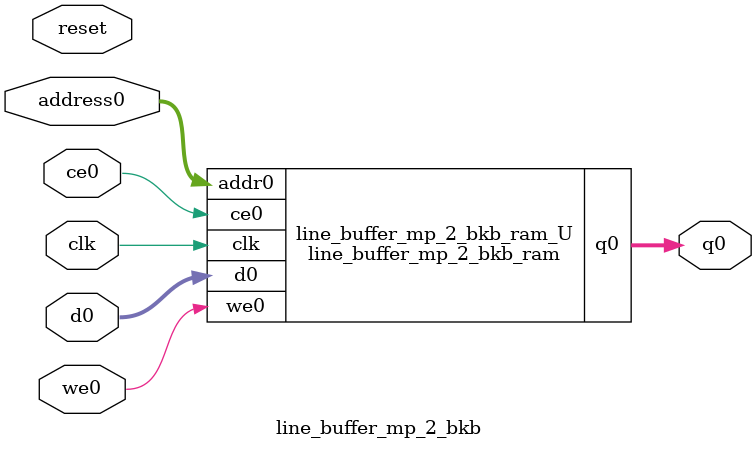
<source format=v>

`timescale 1 ns / 1 ps
module line_buffer_mp_2_bkb_ram (addr0, ce0, d0, we0, q0,  clk);

parameter DWIDTH = 16;
parameter AWIDTH = 13;
parameter MEM_SIZE = 4224;

input[AWIDTH-1:0] addr0;
input ce0;
input[DWIDTH-1:0] d0;
input we0;
output reg[DWIDTH-1:0] q0;
input clk;

(* ram_style = "block" *)reg [DWIDTH-1:0] ram[0:MEM_SIZE-1];




always @(posedge clk)  
begin 
    if (ce0) 
    begin
        if (we0) 
        begin 
            ram[addr0] <= d0; 
            q0 <= d0;
        end 
        else 
            q0 <= ram[addr0];
    end
end


endmodule


`timescale 1 ns / 1 ps
module line_buffer_mp_2_bkb(
    reset,
    clk,
    address0,
    ce0,
    we0,
    d0,
    q0);

parameter DataWidth = 32'd16;
parameter AddressRange = 32'd4224;
parameter AddressWidth = 32'd13;
input reset;
input clk;
input[AddressWidth - 1:0] address0;
input ce0;
input we0;
input[DataWidth - 1:0] d0;
output[DataWidth - 1:0] q0;



line_buffer_mp_2_bkb_ram line_buffer_mp_2_bkb_ram_U(
    .clk( clk ),
    .addr0( address0 ),
    .ce0( ce0 ),
    .d0( d0 ),
    .we0( we0 ),
    .q0( q0 ));

endmodule


</source>
